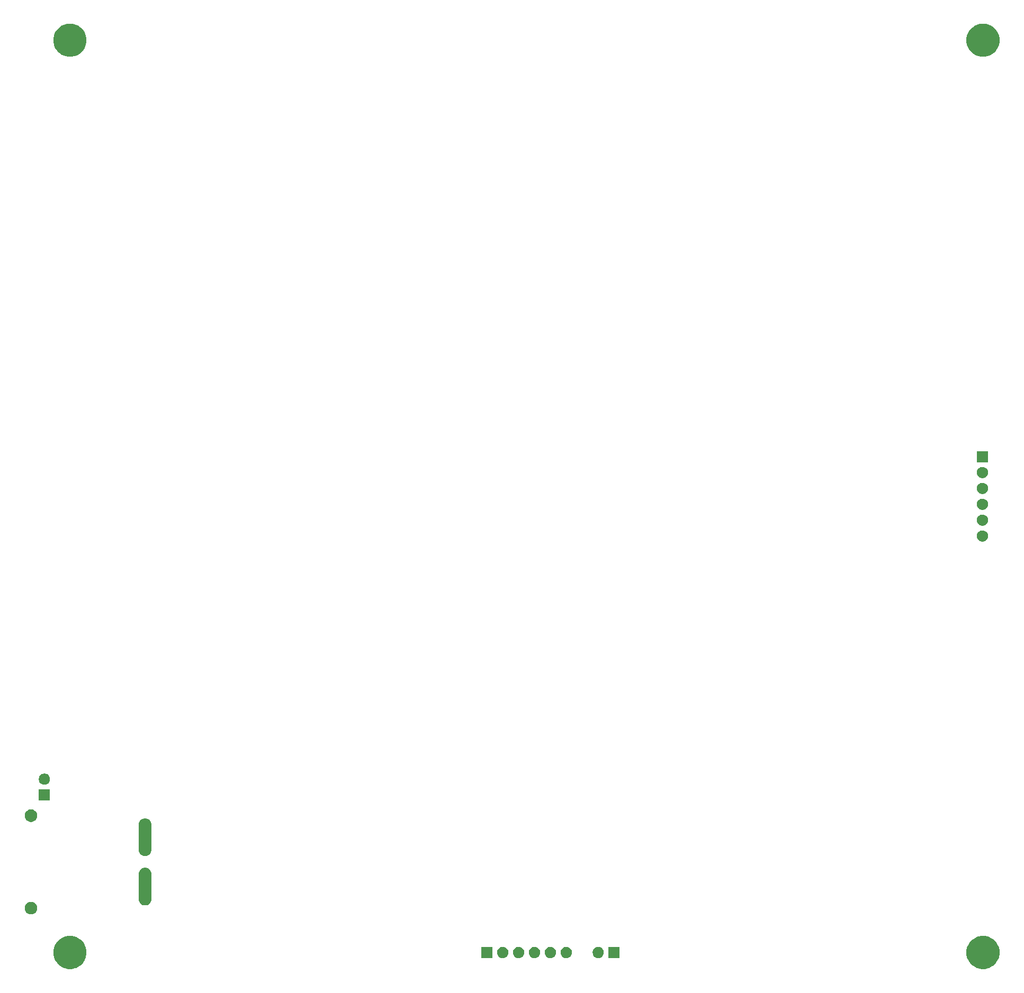
<source format=gbr>
G04 #@! TF.GenerationSoftware,KiCad,Pcbnew,5.1.5-52549c5~84~ubuntu18.04.1*
G04 #@! TF.CreationDate,2020-02-23T09:36:08-07:00*
G04 #@! TF.ProjectId,cob_2x2,636f625f-3278-4322-9e6b-696361645f70,rev?*
G04 #@! TF.SameCoordinates,Original*
G04 #@! TF.FileFunction,Soldermask,Bot*
G04 #@! TF.FilePolarity,Negative*
%FSLAX46Y46*%
G04 Gerber Fmt 4.6, Leading zero omitted, Abs format (unit mm)*
G04 Created by KiCad (PCBNEW 5.1.5-52549c5~84~ubuntu18.04.1) date 2020-02-23 09:36:08*
%MOMM*%
%LPD*%
G04 APERTURE LIST*
%ADD10C,0.100000*%
G04 APERTURE END LIST*
D10*
G36*
X253773268Y-250450876D02*
G01*
X253973105Y-250533651D01*
X254255718Y-250650713D01*
X254255719Y-250650714D01*
X254689914Y-250940834D01*
X255059166Y-251310086D01*
X255059167Y-251310088D01*
X255349287Y-251744282D01*
X255466349Y-252026895D01*
X255549124Y-252226732D01*
X255651000Y-252738899D01*
X255651000Y-253261101D01*
X255549124Y-253773268D01*
X255466349Y-253973105D01*
X255349287Y-254255718D01*
X255349286Y-254255719D01*
X255059166Y-254689914D01*
X254689914Y-255059166D01*
X254471341Y-255205212D01*
X254255718Y-255349287D01*
X253973105Y-255466349D01*
X253773268Y-255549124D01*
X253517184Y-255600062D01*
X253261102Y-255651000D01*
X252738898Y-255651000D01*
X252482816Y-255600062D01*
X252226732Y-255549124D01*
X252026895Y-255466349D01*
X251744282Y-255349287D01*
X251528659Y-255205212D01*
X251310086Y-255059166D01*
X250940834Y-254689914D01*
X250650714Y-254255719D01*
X250650713Y-254255718D01*
X250533651Y-253973105D01*
X250450876Y-253773268D01*
X250349000Y-253261101D01*
X250349000Y-252738899D01*
X250450876Y-252226732D01*
X250533651Y-252026895D01*
X250650713Y-251744282D01*
X250940833Y-251310088D01*
X250940834Y-251310086D01*
X251310086Y-250940834D01*
X251744281Y-250650714D01*
X251744282Y-250650713D01*
X252026895Y-250533651D01*
X252226732Y-250450876D01*
X252738898Y-250349000D01*
X253261102Y-250349000D01*
X253773268Y-250450876D01*
G37*
G36*
X107773268Y-250450876D02*
G01*
X107973105Y-250533651D01*
X108255718Y-250650713D01*
X108255719Y-250650714D01*
X108689914Y-250940834D01*
X109059166Y-251310086D01*
X109059167Y-251310088D01*
X109349287Y-251744282D01*
X109466349Y-252026895D01*
X109549124Y-252226732D01*
X109651000Y-252738899D01*
X109651000Y-253261101D01*
X109549124Y-253773268D01*
X109466349Y-253973105D01*
X109349287Y-254255718D01*
X109349286Y-254255719D01*
X109059166Y-254689914D01*
X108689914Y-255059166D01*
X108471341Y-255205212D01*
X108255718Y-255349287D01*
X107973105Y-255466349D01*
X107773268Y-255549124D01*
X107517184Y-255600062D01*
X107261102Y-255651000D01*
X106738898Y-255651000D01*
X106482816Y-255600062D01*
X106226732Y-255549124D01*
X106026895Y-255466349D01*
X105744282Y-255349287D01*
X105528659Y-255205212D01*
X105310086Y-255059166D01*
X104940834Y-254689914D01*
X104650714Y-254255719D01*
X104650713Y-254255718D01*
X104533651Y-253973105D01*
X104450876Y-253773268D01*
X104349000Y-253261101D01*
X104349000Y-252738899D01*
X104450876Y-252226732D01*
X104533651Y-252026895D01*
X104650713Y-251744282D01*
X104940833Y-251310088D01*
X104940834Y-251310086D01*
X105310086Y-250940834D01*
X105744281Y-250650714D01*
X105744282Y-250650713D01*
X106026895Y-250533651D01*
X106226732Y-250450876D01*
X106738898Y-250349000D01*
X107261102Y-250349000D01*
X107773268Y-250450876D01*
G37*
G36*
X186463512Y-252103927D02*
G01*
X186612812Y-252133624D01*
X186776784Y-252201544D01*
X186924354Y-252300147D01*
X187049853Y-252425646D01*
X187148456Y-252573216D01*
X187216376Y-252737188D01*
X187251000Y-252911259D01*
X187251000Y-253088741D01*
X187216376Y-253262812D01*
X187148456Y-253426784D01*
X187049853Y-253574354D01*
X186924354Y-253699853D01*
X186776784Y-253798456D01*
X186612812Y-253866376D01*
X186463512Y-253896073D01*
X186438742Y-253901000D01*
X186261258Y-253901000D01*
X186236488Y-253896073D01*
X186087188Y-253866376D01*
X185923216Y-253798456D01*
X185775646Y-253699853D01*
X185650147Y-253574354D01*
X185551544Y-253426784D01*
X185483624Y-253262812D01*
X185449000Y-253088741D01*
X185449000Y-252911259D01*
X185483624Y-252737188D01*
X185551544Y-252573216D01*
X185650147Y-252425646D01*
X185775646Y-252300147D01*
X185923216Y-252201544D01*
X186087188Y-252133624D01*
X186236488Y-252103927D01*
X186261258Y-252099000D01*
X186438742Y-252099000D01*
X186463512Y-252103927D01*
G37*
G36*
X174551000Y-253901000D02*
G01*
X172749000Y-253901000D01*
X172749000Y-252099000D01*
X174551000Y-252099000D01*
X174551000Y-253901000D01*
G37*
G36*
X176303512Y-252103927D02*
G01*
X176452812Y-252133624D01*
X176616784Y-252201544D01*
X176764354Y-252300147D01*
X176889853Y-252425646D01*
X176988456Y-252573216D01*
X177056376Y-252737188D01*
X177091000Y-252911259D01*
X177091000Y-253088741D01*
X177056376Y-253262812D01*
X176988456Y-253426784D01*
X176889853Y-253574354D01*
X176764354Y-253699853D01*
X176616784Y-253798456D01*
X176452812Y-253866376D01*
X176303512Y-253896073D01*
X176278742Y-253901000D01*
X176101258Y-253901000D01*
X176076488Y-253896073D01*
X175927188Y-253866376D01*
X175763216Y-253798456D01*
X175615646Y-253699853D01*
X175490147Y-253574354D01*
X175391544Y-253426784D01*
X175323624Y-253262812D01*
X175289000Y-253088741D01*
X175289000Y-252911259D01*
X175323624Y-252737188D01*
X175391544Y-252573216D01*
X175490147Y-252425646D01*
X175615646Y-252300147D01*
X175763216Y-252201544D01*
X175927188Y-252133624D01*
X176076488Y-252103927D01*
X176101258Y-252099000D01*
X176278742Y-252099000D01*
X176303512Y-252103927D01*
G37*
G36*
X178843512Y-252103927D02*
G01*
X178992812Y-252133624D01*
X179156784Y-252201544D01*
X179304354Y-252300147D01*
X179429853Y-252425646D01*
X179528456Y-252573216D01*
X179596376Y-252737188D01*
X179631000Y-252911259D01*
X179631000Y-253088741D01*
X179596376Y-253262812D01*
X179528456Y-253426784D01*
X179429853Y-253574354D01*
X179304354Y-253699853D01*
X179156784Y-253798456D01*
X178992812Y-253866376D01*
X178843512Y-253896073D01*
X178818742Y-253901000D01*
X178641258Y-253901000D01*
X178616488Y-253896073D01*
X178467188Y-253866376D01*
X178303216Y-253798456D01*
X178155646Y-253699853D01*
X178030147Y-253574354D01*
X177931544Y-253426784D01*
X177863624Y-253262812D01*
X177829000Y-253088741D01*
X177829000Y-252911259D01*
X177863624Y-252737188D01*
X177931544Y-252573216D01*
X178030147Y-252425646D01*
X178155646Y-252300147D01*
X178303216Y-252201544D01*
X178467188Y-252133624D01*
X178616488Y-252103927D01*
X178641258Y-252099000D01*
X178818742Y-252099000D01*
X178843512Y-252103927D01*
G37*
G36*
X181383512Y-252103927D02*
G01*
X181532812Y-252133624D01*
X181696784Y-252201544D01*
X181844354Y-252300147D01*
X181969853Y-252425646D01*
X182068456Y-252573216D01*
X182136376Y-252737188D01*
X182171000Y-252911259D01*
X182171000Y-253088741D01*
X182136376Y-253262812D01*
X182068456Y-253426784D01*
X181969853Y-253574354D01*
X181844354Y-253699853D01*
X181696784Y-253798456D01*
X181532812Y-253866376D01*
X181383512Y-253896073D01*
X181358742Y-253901000D01*
X181181258Y-253901000D01*
X181156488Y-253896073D01*
X181007188Y-253866376D01*
X180843216Y-253798456D01*
X180695646Y-253699853D01*
X180570147Y-253574354D01*
X180471544Y-253426784D01*
X180403624Y-253262812D01*
X180369000Y-253088741D01*
X180369000Y-252911259D01*
X180403624Y-252737188D01*
X180471544Y-252573216D01*
X180570147Y-252425646D01*
X180695646Y-252300147D01*
X180843216Y-252201544D01*
X181007188Y-252133624D01*
X181156488Y-252103927D01*
X181181258Y-252099000D01*
X181358742Y-252099000D01*
X181383512Y-252103927D01*
G37*
G36*
X183923512Y-252103927D02*
G01*
X184072812Y-252133624D01*
X184236784Y-252201544D01*
X184384354Y-252300147D01*
X184509853Y-252425646D01*
X184608456Y-252573216D01*
X184676376Y-252737188D01*
X184711000Y-252911259D01*
X184711000Y-253088741D01*
X184676376Y-253262812D01*
X184608456Y-253426784D01*
X184509853Y-253574354D01*
X184384354Y-253699853D01*
X184236784Y-253798456D01*
X184072812Y-253866376D01*
X183923512Y-253896073D01*
X183898742Y-253901000D01*
X183721258Y-253901000D01*
X183696488Y-253896073D01*
X183547188Y-253866376D01*
X183383216Y-253798456D01*
X183235646Y-253699853D01*
X183110147Y-253574354D01*
X183011544Y-253426784D01*
X182943624Y-253262812D01*
X182909000Y-253088741D01*
X182909000Y-252911259D01*
X182943624Y-252737188D01*
X183011544Y-252573216D01*
X183110147Y-252425646D01*
X183235646Y-252300147D01*
X183383216Y-252201544D01*
X183547188Y-252133624D01*
X183696488Y-252103927D01*
X183721258Y-252099000D01*
X183898742Y-252099000D01*
X183923512Y-252103927D01*
G37*
G36*
X194901000Y-253901000D02*
G01*
X193099000Y-253901000D01*
X193099000Y-252099000D01*
X194901000Y-252099000D01*
X194901000Y-253901000D01*
G37*
G36*
X191573512Y-252103927D02*
G01*
X191722812Y-252133624D01*
X191886784Y-252201544D01*
X192034354Y-252300147D01*
X192159853Y-252425646D01*
X192258456Y-252573216D01*
X192326376Y-252737188D01*
X192361000Y-252911259D01*
X192361000Y-253088741D01*
X192326376Y-253262812D01*
X192258456Y-253426784D01*
X192159853Y-253574354D01*
X192034354Y-253699853D01*
X191886784Y-253798456D01*
X191722812Y-253866376D01*
X191573512Y-253896073D01*
X191548742Y-253901000D01*
X191371258Y-253901000D01*
X191346488Y-253896073D01*
X191197188Y-253866376D01*
X191033216Y-253798456D01*
X190885646Y-253699853D01*
X190760147Y-253574354D01*
X190661544Y-253426784D01*
X190593624Y-253262812D01*
X190559000Y-253088741D01*
X190559000Y-252911259D01*
X190593624Y-252737188D01*
X190661544Y-252573216D01*
X190760147Y-252425646D01*
X190885646Y-252300147D01*
X191033216Y-252201544D01*
X191197188Y-252133624D01*
X191346488Y-252103927D01*
X191371258Y-252099000D01*
X191548742Y-252099000D01*
X191573512Y-252103927D01*
G37*
G36*
X101051981Y-244927468D02*
G01*
X101234151Y-245002926D01*
X101398100Y-245112473D01*
X101537527Y-245251900D01*
X101647074Y-245415849D01*
X101722532Y-245598019D01*
X101761000Y-245791410D01*
X101761000Y-245988590D01*
X101722532Y-246181981D01*
X101647074Y-246364151D01*
X101537527Y-246528100D01*
X101398100Y-246667527D01*
X101234151Y-246777074D01*
X101051981Y-246852532D01*
X100858591Y-246891000D01*
X100661409Y-246891000D01*
X100468019Y-246852532D01*
X100285849Y-246777074D01*
X100121900Y-246667527D01*
X99982473Y-246528100D01*
X99872926Y-246364151D01*
X99797468Y-246181981D01*
X99759000Y-245988590D01*
X99759000Y-245791410D01*
X99797468Y-245598019D01*
X99872926Y-245415849D01*
X99982473Y-245251900D01*
X100121900Y-245112473D01*
X100285849Y-245002926D01*
X100468019Y-244927468D01*
X100661409Y-244889000D01*
X100858591Y-244889000D01*
X101051981Y-244927468D01*
G37*
G36*
X119203088Y-239448990D02*
G01*
X119398380Y-239508231D01*
X119559883Y-239594557D01*
X119578355Y-239604430D01*
X119736107Y-239733893D01*
X119842355Y-239863357D01*
X119865571Y-239891646D01*
X119961769Y-240071619D01*
X120021010Y-240266911D01*
X120036000Y-240419109D01*
X120036000Y-244480891D01*
X120021010Y-244633089D01*
X119961769Y-244828381D01*
X119865571Y-245008354D01*
X119736107Y-245166107D01*
X119578354Y-245295571D01*
X119398381Y-245391769D01*
X119203089Y-245451010D01*
X119000000Y-245471012D01*
X118796912Y-245451010D01*
X118601620Y-245391769D01*
X118421647Y-245295571D01*
X118263894Y-245166107D01*
X118134430Y-245008354D01*
X118038232Y-244828381D01*
X117978991Y-244633089D01*
X117964001Y-244480891D01*
X117964000Y-240419110D01*
X117978990Y-240266912D01*
X118038231Y-240071620D01*
X118134429Y-239891647D01*
X118134430Y-239891645D01*
X118263893Y-239733893D01*
X118421645Y-239604430D01*
X118421644Y-239604430D01*
X118421646Y-239604429D01*
X118601619Y-239508231D01*
X118796911Y-239448990D01*
X119000000Y-239428988D01*
X119203088Y-239448990D01*
G37*
G36*
X119203088Y-231548990D02*
G01*
X119398380Y-231608231D01*
X119559883Y-231694557D01*
X119578355Y-231704430D01*
X119736107Y-231833893D01*
X119780123Y-231887527D01*
X119865571Y-231991646D01*
X119961769Y-232171619D01*
X120021010Y-232366911D01*
X120036000Y-232519109D01*
X120036000Y-236580891D01*
X120021010Y-236733089D01*
X119961769Y-236928381D01*
X119865571Y-237108354D01*
X119736107Y-237266107D01*
X119578354Y-237395571D01*
X119398381Y-237491769D01*
X119203089Y-237551010D01*
X119000000Y-237571012D01*
X118796912Y-237551010D01*
X118601620Y-237491769D01*
X118421647Y-237395571D01*
X118263894Y-237266107D01*
X118134430Y-237108354D01*
X118038232Y-236928381D01*
X117978991Y-236733089D01*
X117964001Y-236580891D01*
X117964000Y-232519110D01*
X117978990Y-232366912D01*
X118038231Y-232171620D01*
X118134429Y-231991647D01*
X118134430Y-231991645D01*
X118263893Y-231833893D01*
X118421645Y-231704430D01*
X118421644Y-231704430D01*
X118421646Y-231704429D01*
X118601619Y-231608231D01*
X118796911Y-231548990D01*
X119000000Y-231528988D01*
X119203088Y-231548990D01*
G37*
G36*
X101051981Y-230147468D02*
G01*
X101234151Y-230222926D01*
X101398100Y-230332473D01*
X101537527Y-230471900D01*
X101647074Y-230635849D01*
X101722532Y-230818019D01*
X101761000Y-231011410D01*
X101761000Y-231208590D01*
X101722532Y-231401981D01*
X101647074Y-231584151D01*
X101537527Y-231748100D01*
X101398100Y-231887527D01*
X101234151Y-231997074D01*
X101051981Y-232072532D01*
X100955285Y-232091766D01*
X100858591Y-232111000D01*
X100661409Y-232111000D01*
X100564715Y-232091766D01*
X100468019Y-232072532D01*
X100285849Y-231997074D01*
X100121900Y-231887527D01*
X99982473Y-231748100D01*
X99872926Y-231584151D01*
X99797468Y-231401981D01*
X99759000Y-231208590D01*
X99759000Y-231011410D01*
X99797468Y-230818019D01*
X99872926Y-230635849D01*
X99982473Y-230471900D01*
X100121900Y-230332473D01*
X100285849Y-230222926D01*
X100468019Y-230147468D01*
X100661409Y-230109000D01*
X100858591Y-230109000D01*
X101051981Y-230147468D01*
G37*
G36*
X103801000Y-228701000D02*
G01*
X101999000Y-228701000D01*
X101999000Y-226899000D01*
X103801000Y-226899000D01*
X103801000Y-228701000D01*
G37*
G36*
X103013512Y-224363927D02*
G01*
X103162812Y-224393624D01*
X103326784Y-224461544D01*
X103474354Y-224560147D01*
X103599853Y-224685646D01*
X103698456Y-224833216D01*
X103766376Y-224997188D01*
X103801000Y-225171259D01*
X103801000Y-225348741D01*
X103766376Y-225522812D01*
X103698456Y-225686784D01*
X103599853Y-225834354D01*
X103474354Y-225959853D01*
X103326784Y-226058456D01*
X103162812Y-226126376D01*
X103013512Y-226156073D01*
X102988742Y-226161000D01*
X102811258Y-226161000D01*
X102786488Y-226156073D01*
X102637188Y-226126376D01*
X102473216Y-226058456D01*
X102325646Y-225959853D01*
X102200147Y-225834354D01*
X102101544Y-225686784D01*
X102033624Y-225522812D01*
X101999000Y-225348741D01*
X101999000Y-225171259D01*
X102033624Y-224997188D01*
X102101544Y-224833216D01*
X102200147Y-224685646D01*
X102325646Y-224560147D01*
X102473216Y-224461544D01*
X102637188Y-224393624D01*
X102786488Y-224363927D01*
X102811258Y-224359000D01*
X102988742Y-224359000D01*
X103013512Y-224363927D01*
G37*
G36*
X253003512Y-185453927D02*
G01*
X253152812Y-185483624D01*
X253316784Y-185551544D01*
X253464354Y-185650147D01*
X253589853Y-185775646D01*
X253688456Y-185923216D01*
X253756376Y-186087188D01*
X253791000Y-186261259D01*
X253791000Y-186438741D01*
X253756376Y-186612812D01*
X253688456Y-186776784D01*
X253589853Y-186924354D01*
X253464354Y-187049853D01*
X253316784Y-187148456D01*
X253152812Y-187216376D01*
X253003512Y-187246073D01*
X252978742Y-187251000D01*
X252801258Y-187251000D01*
X252776488Y-187246073D01*
X252627188Y-187216376D01*
X252463216Y-187148456D01*
X252315646Y-187049853D01*
X252190147Y-186924354D01*
X252091544Y-186776784D01*
X252023624Y-186612812D01*
X251989000Y-186438741D01*
X251989000Y-186261259D01*
X252023624Y-186087188D01*
X252091544Y-185923216D01*
X252190147Y-185775646D01*
X252315646Y-185650147D01*
X252463216Y-185551544D01*
X252627188Y-185483624D01*
X252776488Y-185453927D01*
X252801258Y-185449000D01*
X252978742Y-185449000D01*
X253003512Y-185453927D01*
G37*
G36*
X253003512Y-182913927D02*
G01*
X253152812Y-182943624D01*
X253316784Y-183011544D01*
X253464354Y-183110147D01*
X253589853Y-183235646D01*
X253688456Y-183383216D01*
X253756376Y-183547188D01*
X253791000Y-183721259D01*
X253791000Y-183898741D01*
X253756376Y-184072812D01*
X253688456Y-184236784D01*
X253589853Y-184384354D01*
X253464354Y-184509853D01*
X253316784Y-184608456D01*
X253152812Y-184676376D01*
X253003512Y-184706073D01*
X252978742Y-184711000D01*
X252801258Y-184711000D01*
X252776488Y-184706073D01*
X252627188Y-184676376D01*
X252463216Y-184608456D01*
X252315646Y-184509853D01*
X252190147Y-184384354D01*
X252091544Y-184236784D01*
X252023624Y-184072812D01*
X251989000Y-183898741D01*
X251989000Y-183721259D01*
X252023624Y-183547188D01*
X252091544Y-183383216D01*
X252190147Y-183235646D01*
X252315646Y-183110147D01*
X252463216Y-183011544D01*
X252627188Y-182943624D01*
X252776488Y-182913927D01*
X252801258Y-182909000D01*
X252978742Y-182909000D01*
X253003512Y-182913927D01*
G37*
G36*
X253003512Y-180373927D02*
G01*
X253152812Y-180403624D01*
X253316784Y-180471544D01*
X253464354Y-180570147D01*
X253589853Y-180695646D01*
X253688456Y-180843216D01*
X253756376Y-181007188D01*
X253791000Y-181181259D01*
X253791000Y-181358741D01*
X253756376Y-181532812D01*
X253688456Y-181696784D01*
X253589853Y-181844354D01*
X253464354Y-181969853D01*
X253316784Y-182068456D01*
X253152812Y-182136376D01*
X253003512Y-182166073D01*
X252978742Y-182171000D01*
X252801258Y-182171000D01*
X252776488Y-182166073D01*
X252627188Y-182136376D01*
X252463216Y-182068456D01*
X252315646Y-181969853D01*
X252190147Y-181844354D01*
X252091544Y-181696784D01*
X252023624Y-181532812D01*
X251989000Y-181358741D01*
X251989000Y-181181259D01*
X252023624Y-181007188D01*
X252091544Y-180843216D01*
X252190147Y-180695646D01*
X252315646Y-180570147D01*
X252463216Y-180471544D01*
X252627188Y-180403624D01*
X252776488Y-180373927D01*
X252801258Y-180369000D01*
X252978742Y-180369000D01*
X253003512Y-180373927D01*
G37*
G36*
X253003512Y-177833927D02*
G01*
X253152812Y-177863624D01*
X253316784Y-177931544D01*
X253464354Y-178030147D01*
X253589853Y-178155646D01*
X253688456Y-178303216D01*
X253756376Y-178467188D01*
X253791000Y-178641259D01*
X253791000Y-178818741D01*
X253756376Y-178992812D01*
X253688456Y-179156784D01*
X253589853Y-179304354D01*
X253464354Y-179429853D01*
X253316784Y-179528456D01*
X253152812Y-179596376D01*
X253003512Y-179626073D01*
X252978742Y-179631000D01*
X252801258Y-179631000D01*
X252776488Y-179626073D01*
X252627188Y-179596376D01*
X252463216Y-179528456D01*
X252315646Y-179429853D01*
X252190147Y-179304354D01*
X252091544Y-179156784D01*
X252023624Y-178992812D01*
X251989000Y-178818741D01*
X251989000Y-178641259D01*
X252023624Y-178467188D01*
X252091544Y-178303216D01*
X252190147Y-178155646D01*
X252315646Y-178030147D01*
X252463216Y-177931544D01*
X252627188Y-177863624D01*
X252776488Y-177833927D01*
X252801258Y-177829000D01*
X252978742Y-177829000D01*
X253003512Y-177833927D01*
G37*
G36*
X253003512Y-175293927D02*
G01*
X253152812Y-175323624D01*
X253316784Y-175391544D01*
X253464354Y-175490147D01*
X253589853Y-175615646D01*
X253688456Y-175763216D01*
X253756376Y-175927188D01*
X253791000Y-176101259D01*
X253791000Y-176278741D01*
X253756376Y-176452812D01*
X253688456Y-176616784D01*
X253589853Y-176764354D01*
X253464354Y-176889853D01*
X253316784Y-176988456D01*
X253152812Y-177056376D01*
X253003512Y-177086073D01*
X252978742Y-177091000D01*
X252801258Y-177091000D01*
X252776488Y-177086073D01*
X252627188Y-177056376D01*
X252463216Y-176988456D01*
X252315646Y-176889853D01*
X252190147Y-176764354D01*
X252091544Y-176616784D01*
X252023624Y-176452812D01*
X251989000Y-176278741D01*
X251989000Y-176101259D01*
X252023624Y-175927188D01*
X252091544Y-175763216D01*
X252190147Y-175615646D01*
X252315646Y-175490147D01*
X252463216Y-175391544D01*
X252627188Y-175323624D01*
X252776488Y-175293927D01*
X252801258Y-175289000D01*
X252978742Y-175289000D01*
X253003512Y-175293927D01*
G37*
G36*
X253791000Y-174551000D02*
G01*
X251989000Y-174551000D01*
X251989000Y-172749000D01*
X253791000Y-172749000D01*
X253791000Y-174551000D01*
G37*
G36*
X107517184Y-104399938D02*
G01*
X107773268Y-104450876D01*
X107973105Y-104533651D01*
X108255718Y-104650713D01*
X108255719Y-104650714D01*
X108689914Y-104940834D01*
X109059166Y-105310086D01*
X109059167Y-105310088D01*
X109349287Y-105744282D01*
X109549124Y-106226733D01*
X109651000Y-106738898D01*
X109651000Y-107261102D01*
X109549124Y-107773267D01*
X109349287Y-108255718D01*
X109349286Y-108255719D01*
X109059166Y-108689914D01*
X108689914Y-109059166D01*
X108471341Y-109205212D01*
X108255718Y-109349287D01*
X107973105Y-109466349D01*
X107773268Y-109549124D01*
X107261102Y-109651000D01*
X106738898Y-109651000D01*
X106226732Y-109549124D01*
X106026895Y-109466349D01*
X105744282Y-109349287D01*
X105528659Y-109205212D01*
X105310086Y-109059166D01*
X104940834Y-108689914D01*
X104650714Y-108255719D01*
X104650713Y-108255718D01*
X104450876Y-107773267D01*
X104349000Y-107261102D01*
X104349000Y-106738898D01*
X104450876Y-106226733D01*
X104650713Y-105744282D01*
X104940833Y-105310088D01*
X104940834Y-105310086D01*
X105310086Y-104940834D01*
X105744281Y-104650714D01*
X105744282Y-104650713D01*
X106026895Y-104533651D01*
X106226732Y-104450876D01*
X106482816Y-104399938D01*
X106738898Y-104349000D01*
X107261102Y-104349000D01*
X107517184Y-104399938D01*
G37*
G36*
X253517184Y-104399938D02*
G01*
X253773268Y-104450876D01*
X253973105Y-104533651D01*
X254255718Y-104650713D01*
X254255719Y-104650714D01*
X254689914Y-104940834D01*
X255059166Y-105310086D01*
X255059167Y-105310088D01*
X255349287Y-105744282D01*
X255549124Y-106226733D01*
X255651000Y-106738898D01*
X255651000Y-107261102D01*
X255549124Y-107773267D01*
X255349287Y-108255718D01*
X255349286Y-108255719D01*
X255059166Y-108689914D01*
X254689914Y-109059166D01*
X254471341Y-109205212D01*
X254255718Y-109349287D01*
X253973105Y-109466349D01*
X253773268Y-109549124D01*
X253261102Y-109651000D01*
X252738898Y-109651000D01*
X252226732Y-109549124D01*
X252026895Y-109466349D01*
X251744282Y-109349287D01*
X251528659Y-109205212D01*
X251310086Y-109059166D01*
X250940834Y-108689914D01*
X250650714Y-108255719D01*
X250650713Y-108255718D01*
X250450876Y-107773267D01*
X250349000Y-107261102D01*
X250349000Y-106738898D01*
X250450876Y-106226733D01*
X250650713Y-105744282D01*
X250940833Y-105310088D01*
X250940834Y-105310086D01*
X251310086Y-104940834D01*
X251744281Y-104650714D01*
X251744282Y-104650713D01*
X252026895Y-104533651D01*
X252226732Y-104450876D01*
X252482816Y-104399938D01*
X252738898Y-104349000D01*
X253261102Y-104349000D01*
X253517184Y-104399938D01*
G37*
M02*

</source>
